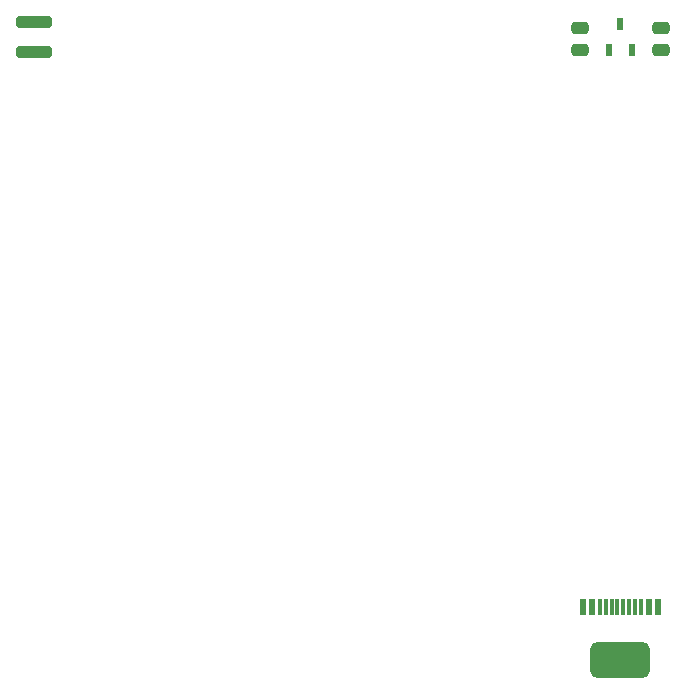
<source format=gbr>
%TF.GenerationSoftware,KiCad,Pcbnew,9.0.1*%
%TF.CreationDate,2025-05-12T15:51:15-07:00*%
%TF.ProjectId,SmartKnobController_ME507,536d6172-744b-46e6-9f62-436f6e74726f,rev?*%
%TF.SameCoordinates,Original*%
%TF.FileFunction,Paste,Bot*%
%TF.FilePolarity,Positive*%
%FSLAX46Y46*%
G04 Gerber Fmt 4.6, Leading zero omitted, Abs format (unit mm)*
G04 Created by KiCad (PCBNEW 9.0.1) date 2025-05-12 15:51:15*
%MOMM*%
%LPD*%
G01*
G04 APERTURE LIST*
G04 Aperture macros list*
%AMRoundRect*
0 Rectangle with rounded corners*
0 $1 Rounding radius*
0 $2 $3 $4 $5 $6 $7 $8 $9 X,Y pos of 4 corners*
0 Add a 4 corners polygon primitive as box body*
4,1,4,$2,$3,$4,$5,$6,$7,$8,$9,$2,$3,0*
0 Add four circle primitives for the rounded corners*
1,1,$1+$1,$2,$3*
1,1,$1+$1,$4,$5*
1,1,$1+$1,$6,$7*
1,1,$1+$1,$8,$9*
0 Add four rect primitives between the rounded corners*
20,1,$1+$1,$2,$3,$4,$5,0*
20,1,$1+$1,$4,$5,$6,$7,0*
20,1,$1+$1,$6,$7,$8,$9,0*
20,1,$1+$1,$8,$9,$2,$3,0*%
G04 Aperture macros list end*
%ADD10RoundRect,0.250000X0.475000X-0.250000X0.475000X0.250000X-0.475000X0.250000X-0.475000X-0.250000X0*%
%ADD11R,0.300000X1.400000*%
%ADD12R,0.500000X1.400000*%
%ADD13RoundRect,0.500000X2.000000X1.000000X-2.000000X1.000000X-2.000000X-1.000000X2.000000X-1.000000X0*%
%ADD14RoundRect,0.150000X-1.350000X-0.350000X1.350000X-0.350000X1.350000X0.350000X-1.350000X0.350000X0*%
%ADD15R,0.530000X1.040000*%
G04 APERTURE END LIST*
D10*
%TO.C,C24*%
X156600000Y-89499999D03*
X156600000Y-87600001D03*
%TD*%
%TO.C,C23*%
X149700000Y-89499999D03*
X149700000Y-87600001D03*
%TD*%
D11*
%TO.C,J1*%
X154400000Y-136600001D03*
X153400000Y-136600000D03*
X152900000Y-136600000D03*
X151900000Y-136600001D03*
D12*
X150750000Y-136600000D03*
X149950000Y-136600000D03*
D11*
X151400000Y-136600000D03*
X152400000Y-136600000D03*
X153900000Y-136600000D03*
X154900000Y-136600000D03*
D12*
X155550000Y-136600000D03*
X156350000Y-136600000D03*
D13*
X153150000Y-141100001D03*
%TD*%
D14*
%TO.C,R15*%
X103503382Y-89670000D03*
X103503382Y-87130000D03*
%TD*%
D15*
%TO.C,U6*%
X154100000Y-89500000D03*
X152200000Y-89500000D03*
X153150000Y-87300000D03*
%TD*%
M02*

</source>
